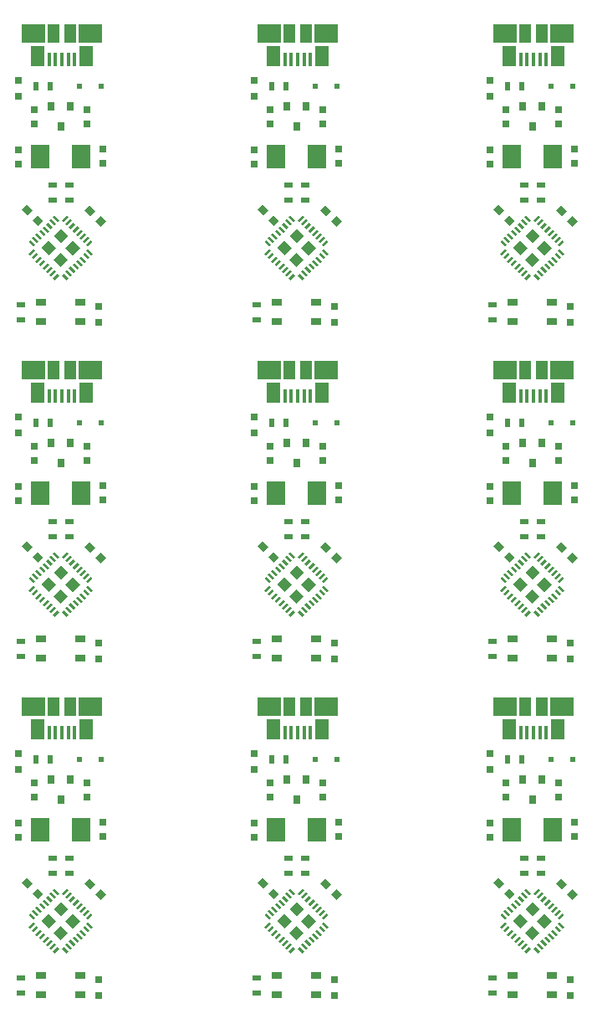
<source format=gtp>
G04 #@! TF.FileFunction,Paste,Top*
%FSLAX46Y46*%
G04 Gerber Fmt 4.6, Leading zero omitted, Abs format (unit mm)*
G04 Created by KiCad (PCBNEW 4.0.5+dfsg1-4) date Mon Jul 16 11:41:52 2018*
%MOMM*%
%LPD*%
G01*
G04 APERTURE LIST*
%ADD10C,0.100000*%
%ADD11R,0.450000X1.380000*%
%ADD12R,1.475000X2.100000*%
%ADD13R,2.375000X1.900000*%
%ADD14R,1.175000X1.900000*%
%ADD15R,0.500000X0.900000*%
%ADD16R,0.800000X0.800000*%
%ADD17R,0.900000X0.500000*%
%ADD18R,1.050000X0.650000*%
%ADD19R,0.750000X0.800000*%
%ADD20R,0.500000X0.500000*%
%ADD21R,0.800000X0.900000*%
%ADD22R,1.900000X2.400000*%
G04 APERTURE END LIST*
D10*
D11*
X168484500Y-55492000D03*
X167834500Y-55492000D03*
X167184500Y-55492000D03*
X166534500Y-55492000D03*
X165884500Y-55492000D03*
D12*
X169647000Y-55132000D03*
X164722000Y-55132000D03*
D13*
X170094500Y-52832000D03*
X164274500Y-52832000D03*
D14*
X168024500Y-52832000D03*
X166344500Y-52832000D03*
D15*
X164540501Y-58166000D03*
X166040501Y-58166000D03*
D16*
X162750499Y-57620000D03*
X162750499Y-59220000D03*
D10*
G36*
X163132662Y-70698992D02*
X163662992Y-70168662D01*
X164228678Y-70734348D01*
X163698348Y-71264678D01*
X163132662Y-70698992D01*
X163132662Y-70698992D01*
G37*
G36*
X164193322Y-71759652D02*
X164723652Y-71229322D01*
X165289338Y-71795008D01*
X164759008Y-72325338D01*
X164193322Y-71759652D01*
X164193322Y-71759652D01*
G37*
D16*
X170878500Y-80480000D03*
X170878500Y-82080000D03*
D10*
G36*
X166278772Y-71433728D02*
X166455549Y-71256951D01*
X166950524Y-71751926D01*
X166773747Y-71928703D01*
X166278772Y-71433728D01*
X166278772Y-71433728D01*
G37*
G36*
X165925218Y-71787281D02*
X166101995Y-71610504D01*
X166596970Y-72105479D01*
X166420193Y-72282256D01*
X165925218Y-71787281D01*
X165925218Y-71787281D01*
G37*
G36*
X165571665Y-72140835D02*
X165748442Y-71964058D01*
X166243417Y-72459033D01*
X166066640Y-72635810D01*
X165571665Y-72140835D01*
X165571665Y-72140835D01*
G37*
G36*
X165218111Y-72494388D02*
X165394888Y-72317611D01*
X165889863Y-72812586D01*
X165713086Y-72989363D01*
X165218111Y-72494388D01*
X165218111Y-72494388D01*
G37*
G36*
X164864558Y-72847941D02*
X165041335Y-72671164D01*
X165536310Y-73166139D01*
X165359533Y-73342916D01*
X164864558Y-72847941D01*
X164864558Y-72847941D01*
G37*
G36*
X164511005Y-73201495D02*
X164687782Y-73024718D01*
X165182757Y-73519693D01*
X165005980Y-73696470D01*
X164511005Y-73201495D01*
X164511005Y-73201495D01*
G37*
G36*
X164157451Y-73555048D02*
X164334228Y-73378271D01*
X164829203Y-73873246D01*
X164652426Y-74050023D01*
X164157451Y-73555048D01*
X164157451Y-73555048D01*
G37*
G36*
X163803898Y-73908602D02*
X163980675Y-73731825D01*
X164475650Y-74226800D01*
X164298873Y-74403577D01*
X163803898Y-73908602D01*
X163803898Y-73908602D01*
G37*
G36*
X163980675Y-75322815D02*
X163803898Y-75146038D01*
X164298873Y-74651063D01*
X164475650Y-74827840D01*
X163980675Y-75322815D01*
X163980675Y-75322815D01*
G37*
G36*
X164334228Y-75676369D02*
X164157451Y-75499592D01*
X164652426Y-75004617D01*
X164829203Y-75181394D01*
X164334228Y-75676369D01*
X164334228Y-75676369D01*
G37*
G36*
X164687782Y-76029922D02*
X164511005Y-75853145D01*
X165005980Y-75358170D01*
X165182757Y-75534947D01*
X164687782Y-76029922D01*
X164687782Y-76029922D01*
G37*
G36*
X165041335Y-76383476D02*
X164864558Y-76206699D01*
X165359533Y-75711724D01*
X165536310Y-75888501D01*
X165041335Y-76383476D01*
X165041335Y-76383476D01*
G37*
G36*
X165394888Y-76737029D02*
X165218111Y-76560252D01*
X165713086Y-76065277D01*
X165889863Y-76242054D01*
X165394888Y-76737029D01*
X165394888Y-76737029D01*
G37*
G36*
X165748442Y-77090582D02*
X165571665Y-76913805D01*
X166066640Y-76418830D01*
X166243417Y-76595607D01*
X165748442Y-77090582D01*
X165748442Y-77090582D01*
G37*
G36*
X166101995Y-77444136D02*
X165925218Y-77267359D01*
X166420193Y-76772384D01*
X166596970Y-76949161D01*
X166101995Y-77444136D01*
X166101995Y-77444136D01*
G37*
G36*
X166455549Y-77797689D02*
X166278772Y-77620912D01*
X166773747Y-77125937D01*
X166950524Y-77302714D01*
X166455549Y-77797689D01*
X166455549Y-77797689D01*
G37*
G36*
X167198010Y-77302714D02*
X167374787Y-77125937D01*
X167869762Y-77620912D01*
X167692985Y-77797689D01*
X167198010Y-77302714D01*
X167198010Y-77302714D01*
G37*
G36*
X167551564Y-76949161D02*
X167728341Y-76772384D01*
X168223316Y-77267359D01*
X168046539Y-77444136D01*
X167551564Y-76949161D01*
X167551564Y-76949161D01*
G37*
G36*
X167905117Y-76595607D02*
X168081894Y-76418830D01*
X168576869Y-76913805D01*
X168400092Y-77090582D01*
X167905117Y-76595607D01*
X167905117Y-76595607D01*
G37*
G36*
X168258671Y-76242054D02*
X168435448Y-76065277D01*
X168930423Y-76560252D01*
X168753646Y-76737029D01*
X168258671Y-76242054D01*
X168258671Y-76242054D01*
G37*
G36*
X168612224Y-75888501D02*
X168789001Y-75711724D01*
X169283976Y-76206699D01*
X169107199Y-76383476D01*
X168612224Y-75888501D01*
X168612224Y-75888501D01*
G37*
G36*
X168965777Y-75534947D02*
X169142554Y-75358170D01*
X169637529Y-75853145D01*
X169460752Y-76029922D01*
X168965777Y-75534947D01*
X168965777Y-75534947D01*
G37*
G36*
X169319331Y-75181394D02*
X169496108Y-75004617D01*
X169991083Y-75499592D01*
X169814306Y-75676369D01*
X169319331Y-75181394D01*
X169319331Y-75181394D01*
G37*
G36*
X169672884Y-74827840D02*
X169849661Y-74651063D01*
X170344636Y-75146038D01*
X170167859Y-75322815D01*
X169672884Y-74827840D01*
X169672884Y-74827840D01*
G37*
G36*
X169849661Y-74403577D02*
X169672884Y-74226800D01*
X170167859Y-73731825D01*
X170344636Y-73908602D01*
X169849661Y-74403577D01*
X169849661Y-74403577D01*
G37*
G36*
X169496108Y-74050023D02*
X169319331Y-73873246D01*
X169814306Y-73378271D01*
X169991083Y-73555048D01*
X169496108Y-74050023D01*
X169496108Y-74050023D01*
G37*
G36*
X169142554Y-73696470D02*
X168965777Y-73519693D01*
X169460752Y-73024718D01*
X169637529Y-73201495D01*
X169142554Y-73696470D01*
X169142554Y-73696470D01*
G37*
G36*
X168789001Y-73342916D02*
X168612224Y-73166139D01*
X169107199Y-72671164D01*
X169283976Y-72847941D01*
X168789001Y-73342916D01*
X168789001Y-73342916D01*
G37*
G36*
X168435448Y-72989363D02*
X168258671Y-72812586D01*
X168753646Y-72317611D01*
X168930423Y-72494388D01*
X168435448Y-72989363D01*
X168435448Y-72989363D01*
G37*
G36*
X168081894Y-72635810D02*
X167905117Y-72459033D01*
X168400092Y-71964058D01*
X168576869Y-72140835D01*
X168081894Y-72635810D01*
X168081894Y-72635810D01*
G37*
G36*
X167728341Y-72282256D02*
X167551564Y-72105479D01*
X168046539Y-71610504D01*
X168223316Y-71787281D01*
X167728341Y-72282256D01*
X167728341Y-72282256D01*
G37*
G36*
X167374787Y-71928703D02*
X167198010Y-71751926D01*
X167692985Y-71256951D01*
X167869762Y-71433728D01*
X167374787Y-71928703D01*
X167374787Y-71928703D01*
G37*
G36*
X166342411Y-75747079D02*
X167074267Y-75015223D01*
X167806123Y-75747079D01*
X167074267Y-76478935D01*
X166342411Y-75747079D01*
X166342411Y-75747079D01*
G37*
G36*
X167562170Y-74527320D02*
X168294026Y-73795464D01*
X169025882Y-74527320D01*
X168294026Y-75259176D01*
X167562170Y-74527320D01*
X167562170Y-74527320D01*
G37*
G36*
X165122652Y-74527320D02*
X165854508Y-73795464D01*
X166586364Y-74527320D01*
X165854508Y-75259176D01*
X165122652Y-74527320D01*
X165122652Y-74527320D01*
G37*
G36*
X166342411Y-73307561D02*
X167074267Y-72575705D01*
X167806123Y-73307561D01*
X167074267Y-74039417D01*
X166342411Y-73307561D01*
X166342411Y-73307561D01*
G37*
D17*
X163004500Y-80288000D03*
X163004500Y-81788000D03*
D18*
X169068500Y-82025999D03*
X165068500Y-82025999D03*
X169068500Y-80025999D03*
X165068500Y-80025999D03*
D10*
G36*
X169482662Y-70762492D02*
X170012992Y-70232162D01*
X170578678Y-70797848D01*
X170048348Y-71328178D01*
X169482662Y-70762492D01*
X169482662Y-70762492D01*
G37*
G36*
X170543322Y-71823152D02*
X171073652Y-71292822D01*
X171639338Y-71858508D01*
X171109008Y-72388838D01*
X170543322Y-71823152D01*
X170543322Y-71823152D01*
G37*
D19*
X162814000Y-66091499D03*
X162814000Y-64591499D03*
D20*
X171132501Y-58166000D03*
X168932501Y-58166000D03*
D21*
X168021000Y-60261500D03*
X166121000Y-60261500D03*
X167071000Y-62261500D03*
D19*
X164401501Y-60527500D03*
X164401501Y-62027500D03*
D22*
X165000500Y-65278000D03*
X169100500Y-65278000D03*
D19*
X169735500Y-62039500D03*
X169735500Y-60539500D03*
X171323000Y-66016000D03*
X171323000Y-64516000D03*
D17*
X166243000Y-69711000D03*
X166243000Y-68211000D03*
X167957500Y-69711000D03*
X167957500Y-68211000D03*
D20*
X147256501Y-58166000D03*
X145056501Y-58166000D03*
D15*
X140664500Y-58166000D03*
X142164500Y-58166000D03*
D11*
X144608500Y-55492000D03*
X143958500Y-55492000D03*
X143308500Y-55492000D03*
X142658500Y-55492000D03*
X142008500Y-55492000D03*
D12*
X145771000Y-55132000D03*
X140846000Y-55132000D03*
D13*
X146218500Y-52832000D03*
X140398500Y-52832000D03*
D14*
X144148500Y-52832000D03*
X142468500Y-52832000D03*
D16*
X138874500Y-57620000D03*
X138874500Y-59220000D03*
D19*
X140525500Y-60527500D03*
X140525500Y-62027500D03*
D22*
X141124500Y-65277999D03*
X145224500Y-65277999D03*
D21*
X144145000Y-60261500D03*
X142245000Y-60261500D03*
X143195000Y-62261500D03*
D19*
X138938001Y-66091500D03*
X138938001Y-64591500D03*
X145859500Y-62039500D03*
X145859500Y-60539500D03*
X147447000Y-66016000D03*
X147447000Y-64516000D03*
D10*
G36*
X115380662Y-70698992D02*
X115910992Y-70168662D01*
X116476678Y-70734348D01*
X115946348Y-71264678D01*
X115380662Y-70698992D01*
X115380662Y-70698992D01*
G37*
G36*
X116441322Y-71759652D02*
X116971652Y-71229322D01*
X117537338Y-71795008D01*
X117007008Y-72325338D01*
X116441322Y-71759652D01*
X116441322Y-71759652D01*
G37*
D18*
X121316499Y-82026000D03*
X117316499Y-82026000D03*
X121316499Y-80026000D03*
X117316499Y-80026000D03*
D16*
X123126500Y-80480000D03*
X123126500Y-82080000D03*
D17*
X115252500Y-80288000D03*
X115252500Y-81788000D03*
D10*
G36*
X121730662Y-70762492D02*
X122260992Y-70232162D01*
X122826678Y-70797848D01*
X122296348Y-71328178D01*
X121730662Y-70762492D01*
X121730662Y-70762492D01*
G37*
G36*
X122791322Y-71823152D02*
X123321652Y-71292822D01*
X123887338Y-71858508D01*
X123357008Y-72388838D01*
X122791322Y-71823152D01*
X122791322Y-71823152D01*
G37*
G36*
X118526772Y-71433728D02*
X118703549Y-71256951D01*
X119198524Y-71751926D01*
X119021747Y-71928703D01*
X118526772Y-71433728D01*
X118526772Y-71433728D01*
G37*
G36*
X118173218Y-71787281D02*
X118349995Y-71610504D01*
X118844970Y-72105479D01*
X118668193Y-72282256D01*
X118173218Y-71787281D01*
X118173218Y-71787281D01*
G37*
G36*
X117819665Y-72140835D02*
X117996442Y-71964058D01*
X118491417Y-72459033D01*
X118314640Y-72635810D01*
X117819665Y-72140835D01*
X117819665Y-72140835D01*
G37*
G36*
X117466111Y-72494388D02*
X117642888Y-72317611D01*
X118137863Y-72812586D01*
X117961086Y-72989363D01*
X117466111Y-72494388D01*
X117466111Y-72494388D01*
G37*
G36*
X117112558Y-72847941D02*
X117289335Y-72671164D01*
X117784310Y-73166139D01*
X117607533Y-73342916D01*
X117112558Y-72847941D01*
X117112558Y-72847941D01*
G37*
G36*
X116759005Y-73201495D02*
X116935782Y-73024718D01*
X117430757Y-73519693D01*
X117253980Y-73696470D01*
X116759005Y-73201495D01*
X116759005Y-73201495D01*
G37*
G36*
X116405451Y-73555048D02*
X116582228Y-73378271D01*
X117077203Y-73873246D01*
X116900426Y-74050023D01*
X116405451Y-73555048D01*
X116405451Y-73555048D01*
G37*
G36*
X116051898Y-73908602D02*
X116228675Y-73731825D01*
X116723650Y-74226800D01*
X116546873Y-74403577D01*
X116051898Y-73908602D01*
X116051898Y-73908602D01*
G37*
G36*
X116228675Y-75322815D02*
X116051898Y-75146038D01*
X116546873Y-74651063D01*
X116723650Y-74827840D01*
X116228675Y-75322815D01*
X116228675Y-75322815D01*
G37*
G36*
X116582228Y-75676369D02*
X116405451Y-75499592D01*
X116900426Y-75004617D01*
X117077203Y-75181394D01*
X116582228Y-75676369D01*
X116582228Y-75676369D01*
G37*
G36*
X116935782Y-76029922D02*
X116759005Y-75853145D01*
X117253980Y-75358170D01*
X117430757Y-75534947D01*
X116935782Y-76029922D01*
X116935782Y-76029922D01*
G37*
G36*
X117289335Y-76383476D02*
X117112558Y-76206699D01*
X117607533Y-75711724D01*
X117784310Y-75888501D01*
X117289335Y-76383476D01*
X117289335Y-76383476D01*
G37*
G36*
X117642888Y-76737029D02*
X117466111Y-76560252D01*
X117961086Y-76065277D01*
X118137863Y-76242054D01*
X117642888Y-76737029D01*
X117642888Y-76737029D01*
G37*
G36*
X117996442Y-77090582D02*
X117819665Y-76913805D01*
X118314640Y-76418830D01*
X118491417Y-76595607D01*
X117996442Y-77090582D01*
X117996442Y-77090582D01*
G37*
G36*
X118349995Y-77444136D02*
X118173218Y-77267359D01*
X118668193Y-76772384D01*
X118844970Y-76949161D01*
X118349995Y-77444136D01*
X118349995Y-77444136D01*
G37*
G36*
X118703549Y-77797689D02*
X118526772Y-77620912D01*
X119021747Y-77125937D01*
X119198524Y-77302714D01*
X118703549Y-77797689D01*
X118703549Y-77797689D01*
G37*
G36*
X119446010Y-77302714D02*
X119622787Y-77125937D01*
X120117762Y-77620912D01*
X119940985Y-77797689D01*
X119446010Y-77302714D01*
X119446010Y-77302714D01*
G37*
G36*
X119799564Y-76949161D02*
X119976341Y-76772384D01*
X120471316Y-77267359D01*
X120294539Y-77444136D01*
X119799564Y-76949161D01*
X119799564Y-76949161D01*
G37*
G36*
X120153117Y-76595607D02*
X120329894Y-76418830D01*
X120824869Y-76913805D01*
X120648092Y-77090582D01*
X120153117Y-76595607D01*
X120153117Y-76595607D01*
G37*
G36*
X120506671Y-76242054D02*
X120683448Y-76065277D01*
X121178423Y-76560252D01*
X121001646Y-76737029D01*
X120506671Y-76242054D01*
X120506671Y-76242054D01*
G37*
G36*
X120860224Y-75888501D02*
X121037001Y-75711724D01*
X121531976Y-76206699D01*
X121355199Y-76383476D01*
X120860224Y-75888501D01*
X120860224Y-75888501D01*
G37*
G36*
X121213777Y-75534947D02*
X121390554Y-75358170D01*
X121885529Y-75853145D01*
X121708752Y-76029922D01*
X121213777Y-75534947D01*
X121213777Y-75534947D01*
G37*
G36*
X121567331Y-75181394D02*
X121744108Y-75004617D01*
X122239083Y-75499592D01*
X122062306Y-75676369D01*
X121567331Y-75181394D01*
X121567331Y-75181394D01*
G37*
G36*
X121920884Y-74827840D02*
X122097661Y-74651063D01*
X122592636Y-75146038D01*
X122415859Y-75322815D01*
X121920884Y-74827840D01*
X121920884Y-74827840D01*
G37*
G36*
X122097661Y-74403577D02*
X121920884Y-74226800D01*
X122415859Y-73731825D01*
X122592636Y-73908602D01*
X122097661Y-74403577D01*
X122097661Y-74403577D01*
G37*
G36*
X121744108Y-74050023D02*
X121567331Y-73873246D01*
X122062306Y-73378271D01*
X122239083Y-73555048D01*
X121744108Y-74050023D01*
X121744108Y-74050023D01*
G37*
G36*
X121390554Y-73696470D02*
X121213777Y-73519693D01*
X121708752Y-73024718D01*
X121885529Y-73201495D01*
X121390554Y-73696470D01*
X121390554Y-73696470D01*
G37*
G36*
X121037001Y-73342916D02*
X120860224Y-73166139D01*
X121355199Y-72671164D01*
X121531976Y-72847941D01*
X121037001Y-73342916D01*
X121037001Y-73342916D01*
G37*
G36*
X120683448Y-72989363D02*
X120506671Y-72812586D01*
X121001646Y-72317611D01*
X121178423Y-72494388D01*
X120683448Y-72989363D01*
X120683448Y-72989363D01*
G37*
G36*
X120329894Y-72635810D02*
X120153117Y-72459033D01*
X120648092Y-71964058D01*
X120824869Y-72140835D01*
X120329894Y-72635810D01*
X120329894Y-72635810D01*
G37*
G36*
X119976341Y-72282256D02*
X119799564Y-72105479D01*
X120294539Y-71610504D01*
X120471316Y-71787281D01*
X119976341Y-72282256D01*
X119976341Y-72282256D01*
G37*
G36*
X119622787Y-71928703D02*
X119446010Y-71751926D01*
X119940985Y-71256951D01*
X120117762Y-71433728D01*
X119622787Y-71928703D01*
X119622787Y-71928703D01*
G37*
G36*
X118590411Y-75747079D02*
X119322267Y-75015223D01*
X120054123Y-75747079D01*
X119322267Y-76478935D01*
X118590411Y-75747079D01*
X118590411Y-75747079D01*
G37*
G36*
X119810170Y-74527320D02*
X120542026Y-73795464D01*
X121273882Y-74527320D01*
X120542026Y-75259176D01*
X119810170Y-74527320D01*
X119810170Y-74527320D01*
G37*
G36*
X117370652Y-74527320D02*
X118102508Y-73795464D01*
X118834364Y-74527320D01*
X118102508Y-75259176D01*
X117370652Y-74527320D01*
X117370652Y-74527320D01*
G37*
G36*
X118590411Y-73307561D02*
X119322267Y-72575705D01*
X120054123Y-73307561D01*
X119322267Y-74039417D01*
X118590411Y-73307561D01*
X118590411Y-73307561D01*
G37*
D19*
X115062000Y-66091499D03*
X115062000Y-64591499D03*
D17*
X118491000Y-69711000D03*
X118491000Y-68211000D03*
X120205500Y-69711000D03*
X120205500Y-68211000D03*
D22*
X117248500Y-65278000D03*
X121348500Y-65278000D03*
D19*
X123571001Y-66016000D03*
X123571001Y-64516000D03*
D20*
X123380502Y-58166000D03*
X121180502Y-58166000D03*
D16*
X114998500Y-57620000D03*
X114998500Y-59220000D03*
D19*
X121983500Y-62039500D03*
X121983500Y-60539500D03*
D15*
X116788501Y-58166000D03*
X118288501Y-58166000D03*
D21*
X120269000Y-60261500D03*
X118369000Y-60261500D03*
X119319000Y-62261500D03*
D19*
X116649501Y-60527500D03*
X116649501Y-62027500D03*
D11*
X120732500Y-55492000D03*
X120082500Y-55492000D03*
X119432500Y-55492000D03*
X118782500Y-55492000D03*
X118132500Y-55492000D03*
D12*
X121895000Y-55132000D03*
X116970000Y-55132000D03*
D13*
X122342500Y-52832000D03*
X116522500Y-52832000D03*
D14*
X120272500Y-52832000D03*
X118592500Y-52832000D03*
D10*
G36*
X139256662Y-70698992D02*
X139786992Y-70168662D01*
X140352678Y-70734348D01*
X139822348Y-71264678D01*
X139256662Y-70698992D01*
X139256662Y-70698992D01*
G37*
G36*
X140317322Y-71759652D02*
X140847652Y-71229322D01*
X141413338Y-71795008D01*
X140883008Y-72325338D01*
X140317322Y-71759652D01*
X140317322Y-71759652D01*
G37*
G36*
X145606661Y-70762492D02*
X146136991Y-70232162D01*
X146702677Y-70797848D01*
X146172347Y-71328178D01*
X145606661Y-70762492D01*
X145606661Y-70762492D01*
G37*
G36*
X146667321Y-71823152D02*
X147197651Y-71292822D01*
X147763337Y-71858508D01*
X147233007Y-72388838D01*
X146667321Y-71823152D01*
X146667321Y-71823152D01*
G37*
D16*
X147002500Y-80480000D03*
X147002500Y-82080000D03*
D17*
X144081499Y-69711000D03*
X144081499Y-68211000D03*
D18*
X145192500Y-82026000D03*
X141192500Y-82026000D03*
X145192500Y-80026000D03*
X141192500Y-80026000D03*
D17*
X139128499Y-80288000D03*
X139128499Y-81788000D03*
X142367000Y-69711000D03*
X142367000Y-68211000D03*
D10*
G36*
X142402772Y-71433728D02*
X142579549Y-71256951D01*
X143074524Y-71751926D01*
X142897747Y-71928703D01*
X142402772Y-71433728D01*
X142402772Y-71433728D01*
G37*
G36*
X142049218Y-71787281D02*
X142225995Y-71610504D01*
X142720970Y-72105479D01*
X142544193Y-72282256D01*
X142049218Y-71787281D01*
X142049218Y-71787281D01*
G37*
G36*
X141695665Y-72140835D02*
X141872442Y-71964058D01*
X142367417Y-72459033D01*
X142190640Y-72635810D01*
X141695665Y-72140835D01*
X141695665Y-72140835D01*
G37*
G36*
X141342111Y-72494388D02*
X141518888Y-72317611D01*
X142013863Y-72812586D01*
X141837086Y-72989363D01*
X141342111Y-72494388D01*
X141342111Y-72494388D01*
G37*
G36*
X140988558Y-72847941D02*
X141165335Y-72671164D01*
X141660310Y-73166139D01*
X141483533Y-73342916D01*
X140988558Y-72847941D01*
X140988558Y-72847941D01*
G37*
G36*
X140635005Y-73201495D02*
X140811782Y-73024718D01*
X141306757Y-73519693D01*
X141129980Y-73696470D01*
X140635005Y-73201495D01*
X140635005Y-73201495D01*
G37*
G36*
X140281451Y-73555048D02*
X140458228Y-73378271D01*
X140953203Y-73873246D01*
X140776426Y-74050023D01*
X140281451Y-73555048D01*
X140281451Y-73555048D01*
G37*
G36*
X139927898Y-73908602D02*
X140104675Y-73731825D01*
X140599650Y-74226800D01*
X140422873Y-74403577D01*
X139927898Y-73908602D01*
X139927898Y-73908602D01*
G37*
G36*
X140104675Y-75322815D02*
X139927898Y-75146038D01*
X140422873Y-74651063D01*
X140599650Y-74827840D01*
X140104675Y-75322815D01*
X140104675Y-75322815D01*
G37*
G36*
X140458228Y-75676369D02*
X140281451Y-75499592D01*
X140776426Y-75004617D01*
X140953203Y-75181394D01*
X140458228Y-75676369D01*
X140458228Y-75676369D01*
G37*
G36*
X140811782Y-76029922D02*
X140635005Y-75853145D01*
X141129980Y-75358170D01*
X141306757Y-75534947D01*
X140811782Y-76029922D01*
X140811782Y-76029922D01*
G37*
G36*
X141165335Y-76383476D02*
X140988558Y-76206699D01*
X141483533Y-75711724D01*
X141660310Y-75888501D01*
X141165335Y-76383476D01*
X141165335Y-76383476D01*
G37*
G36*
X141518888Y-76737029D02*
X141342111Y-76560252D01*
X141837086Y-76065277D01*
X142013863Y-76242054D01*
X141518888Y-76737029D01*
X141518888Y-76737029D01*
G37*
G36*
X141872442Y-77090582D02*
X141695665Y-76913805D01*
X142190640Y-76418830D01*
X142367417Y-76595607D01*
X141872442Y-77090582D01*
X141872442Y-77090582D01*
G37*
G36*
X142225995Y-77444136D02*
X142049218Y-77267359D01*
X142544193Y-76772384D01*
X142720970Y-76949161D01*
X142225995Y-77444136D01*
X142225995Y-77444136D01*
G37*
G36*
X142579549Y-77797689D02*
X142402772Y-77620912D01*
X142897747Y-77125937D01*
X143074524Y-77302714D01*
X142579549Y-77797689D01*
X142579549Y-77797689D01*
G37*
G36*
X143322010Y-77302714D02*
X143498787Y-77125937D01*
X143993762Y-77620912D01*
X143816985Y-77797689D01*
X143322010Y-77302714D01*
X143322010Y-77302714D01*
G37*
G36*
X143675564Y-76949161D02*
X143852341Y-76772384D01*
X144347316Y-77267359D01*
X144170539Y-77444136D01*
X143675564Y-76949161D01*
X143675564Y-76949161D01*
G37*
G36*
X144029117Y-76595607D02*
X144205894Y-76418830D01*
X144700869Y-76913805D01*
X144524092Y-77090582D01*
X144029117Y-76595607D01*
X144029117Y-76595607D01*
G37*
G36*
X144382671Y-76242054D02*
X144559448Y-76065277D01*
X145054423Y-76560252D01*
X144877646Y-76737029D01*
X144382671Y-76242054D01*
X144382671Y-76242054D01*
G37*
G36*
X144736224Y-75888501D02*
X144913001Y-75711724D01*
X145407976Y-76206699D01*
X145231199Y-76383476D01*
X144736224Y-75888501D01*
X144736224Y-75888501D01*
G37*
G36*
X145089777Y-75534947D02*
X145266554Y-75358170D01*
X145761529Y-75853145D01*
X145584752Y-76029922D01*
X145089777Y-75534947D01*
X145089777Y-75534947D01*
G37*
G36*
X145443331Y-75181394D02*
X145620108Y-75004617D01*
X146115083Y-75499592D01*
X145938306Y-75676369D01*
X145443331Y-75181394D01*
X145443331Y-75181394D01*
G37*
G36*
X145796884Y-74827840D02*
X145973661Y-74651063D01*
X146468636Y-75146038D01*
X146291859Y-75322815D01*
X145796884Y-74827840D01*
X145796884Y-74827840D01*
G37*
G36*
X145973661Y-74403577D02*
X145796884Y-74226800D01*
X146291859Y-73731825D01*
X146468636Y-73908602D01*
X145973661Y-74403577D01*
X145973661Y-74403577D01*
G37*
G36*
X145620108Y-74050023D02*
X145443331Y-73873246D01*
X145938306Y-73378271D01*
X146115083Y-73555048D01*
X145620108Y-74050023D01*
X145620108Y-74050023D01*
G37*
G36*
X145266554Y-73696470D02*
X145089777Y-73519693D01*
X145584752Y-73024718D01*
X145761529Y-73201495D01*
X145266554Y-73696470D01*
X145266554Y-73696470D01*
G37*
G36*
X144913001Y-73342916D02*
X144736224Y-73166139D01*
X145231199Y-72671164D01*
X145407976Y-72847941D01*
X144913001Y-73342916D01*
X144913001Y-73342916D01*
G37*
G36*
X144559448Y-72989363D02*
X144382671Y-72812586D01*
X144877646Y-72317611D01*
X145054423Y-72494388D01*
X144559448Y-72989363D01*
X144559448Y-72989363D01*
G37*
G36*
X144205894Y-72635810D02*
X144029117Y-72459033D01*
X144524092Y-71964058D01*
X144700869Y-72140835D01*
X144205894Y-72635810D01*
X144205894Y-72635810D01*
G37*
G36*
X143852341Y-72282256D02*
X143675564Y-72105479D01*
X144170539Y-71610504D01*
X144347316Y-71787281D01*
X143852341Y-72282256D01*
X143852341Y-72282256D01*
G37*
G36*
X143498787Y-71928703D02*
X143322010Y-71751926D01*
X143816985Y-71256951D01*
X143993762Y-71433728D01*
X143498787Y-71928703D01*
X143498787Y-71928703D01*
G37*
G36*
X142466411Y-75747079D02*
X143198267Y-75015223D01*
X143930123Y-75747079D01*
X143198267Y-76478935D01*
X142466411Y-75747079D01*
X142466411Y-75747079D01*
G37*
G36*
X143686170Y-74527320D02*
X144418026Y-73795464D01*
X145149882Y-74527320D01*
X144418026Y-75259176D01*
X143686170Y-74527320D01*
X143686170Y-74527320D01*
G37*
G36*
X141246652Y-74527320D02*
X141978508Y-73795464D01*
X142710364Y-74527320D01*
X141978508Y-75259176D01*
X141246652Y-74527320D01*
X141246652Y-74527320D01*
G37*
G36*
X142466411Y-73307561D02*
X143198267Y-72575705D01*
X143930123Y-73307561D01*
X143198267Y-74039417D01*
X142466411Y-73307561D01*
X142466411Y-73307561D01*
G37*
D17*
X115252500Y-148360000D03*
X115252500Y-149860000D03*
D18*
X121316500Y-150098000D03*
X117316500Y-150098000D03*
X121316500Y-148098000D03*
X117316500Y-148098000D03*
D16*
X114998500Y-125692000D03*
X114998500Y-127292000D03*
D21*
X120269000Y-128333500D03*
X118369000Y-128333500D03*
X119319000Y-130333500D03*
D15*
X116788500Y-126238000D03*
X118288500Y-126238000D03*
D19*
X116649500Y-128599500D03*
X116649500Y-130099500D03*
X123571000Y-134088000D03*
X123571000Y-132588000D03*
X115062000Y-134163500D03*
X115062000Y-132663500D03*
D17*
X118491000Y-137783000D03*
X118491000Y-136283000D03*
D22*
X117248500Y-133350000D03*
X121348500Y-133350000D03*
D17*
X120205500Y-137783000D03*
X120205500Y-136283000D03*
D11*
X120732500Y-123564001D03*
X120082500Y-123564001D03*
X119432500Y-123564001D03*
X118782500Y-123564001D03*
X118132500Y-123564001D03*
D12*
X121895000Y-123204001D03*
X116970000Y-123204001D03*
D13*
X122342500Y-120904001D03*
X116522500Y-120904001D03*
D14*
X120272500Y-120904001D03*
X118592500Y-120904001D03*
D19*
X121983500Y-130111500D03*
X121983500Y-128611500D03*
D20*
X123380501Y-126238000D03*
X121180501Y-126238000D03*
D16*
X123126500Y-148552000D03*
X123126500Y-150152000D03*
D10*
G36*
X115380662Y-138770992D02*
X115910992Y-138240662D01*
X116476678Y-138806348D01*
X115946348Y-139336678D01*
X115380662Y-138770992D01*
X115380662Y-138770992D01*
G37*
G36*
X116441322Y-139831652D02*
X116971652Y-139301322D01*
X117537338Y-139867008D01*
X117007008Y-140397338D01*
X116441322Y-139831652D01*
X116441322Y-139831652D01*
G37*
G36*
X118526772Y-139505728D02*
X118703549Y-139328951D01*
X119198524Y-139823926D01*
X119021747Y-140000703D01*
X118526772Y-139505728D01*
X118526772Y-139505728D01*
G37*
G36*
X118173218Y-139859281D02*
X118349995Y-139682504D01*
X118844970Y-140177479D01*
X118668193Y-140354256D01*
X118173218Y-139859281D01*
X118173218Y-139859281D01*
G37*
G36*
X117819665Y-140212835D02*
X117996442Y-140036058D01*
X118491417Y-140531033D01*
X118314640Y-140707810D01*
X117819665Y-140212835D01*
X117819665Y-140212835D01*
G37*
G36*
X117466111Y-140566388D02*
X117642888Y-140389611D01*
X118137863Y-140884586D01*
X117961086Y-141061363D01*
X117466111Y-140566388D01*
X117466111Y-140566388D01*
G37*
G36*
X117112558Y-140919941D02*
X117289335Y-140743164D01*
X117784310Y-141238139D01*
X117607533Y-141414916D01*
X117112558Y-140919941D01*
X117112558Y-140919941D01*
G37*
G36*
X116759005Y-141273495D02*
X116935782Y-141096718D01*
X117430757Y-141591693D01*
X117253980Y-141768470D01*
X116759005Y-141273495D01*
X116759005Y-141273495D01*
G37*
G36*
X116405451Y-141627048D02*
X116582228Y-141450271D01*
X117077203Y-141945246D01*
X116900426Y-142122023D01*
X116405451Y-141627048D01*
X116405451Y-141627048D01*
G37*
G36*
X116051898Y-141980602D02*
X116228675Y-141803825D01*
X116723650Y-142298800D01*
X116546873Y-142475577D01*
X116051898Y-141980602D01*
X116051898Y-141980602D01*
G37*
G36*
X116228675Y-143394815D02*
X116051898Y-143218038D01*
X116546873Y-142723063D01*
X116723650Y-142899840D01*
X116228675Y-143394815D01*
X116228675Y-143394815D01*
G37*
G36*
X116582228Y-143748369D02*
X116405451Y-143571592D01*
X116900426Y-143076617D01*
X117077203Y-143253394D01*
X116582228Y-143748369D01*
X116582228Y-143748369D01*
G37*
G36*
X116935782Y-144101922D02*
X116759005Y-143925145D01*
X117253980Y-143430170D01*
X117430757Y-143606947D01*
X116935782Y-144101922D01*
X116935782Y-144101922D01*
G37*
G36*
X117289335Y-144455476D02*
X117112558Y-144278699D01*
X117607533Y-143783724D01*
X117784310Y-143960501D01*
X117289335Y-144455476D01*
X117289335Y-144455476D01*
G37*
G36*
X117642888Y-144809029D02*
X117466111Y-144632252D01*
X117961086Y-144137277D01*
X118137863Y-144314054D01*
X117642888Y-144809029D01*
X117642888Y-144809029D01*
G37*
G36*
X117996442Y-145162582D02*
X117819665Y-144985805D01*
X118314640Y-144490830D01*
X118491417Y-144667607D01*
X117996442Y-145162582D01*
X117996442Y-145162582D01*
G37*
G36*
X118349995Y-145516136D02*
X118173218Y-145339359D01*
X118668193Y-144844384D01*
X118844970Y-145021161D01*
X118349995Y-145516136D01*
X118349995Y-145516136D01*
G37*
G36*
X118703549Y-145869689D02*
X118526772Y-145692912D01*
X119021747Y-145197937D01*
X119198524Y-145374714D01*
X118703549Y-145869689D01*
X118703549Y-145869689D01*
G37*
G36*
X119446010Y-145374714D02*
X119622787Y-145197937D01*
X120117762Y-145692912D01*
X119940985Y-145869689D01*
X119446010Y-145374714D01*
X119446010Y-145374714D01*
G37*
G36*
X119799564Y-145021161D02*
X119976341Y-144844384D01*
X120471316Y-145339359D01*
X120294539Y-145516136D01*
X119799564Y-145021161D01*
X119799564Y-145021161D01*
G37*
G36*
X120153117Y-144667607D02*
X120329894Y-144490830D01*
X120824869Y-144985805D01*
X120648092Y-145162582D01*
X120153117Y-144667607D01*
X120153117Y-144667607D01*
G37*
G36*
X120506671Y-144314054D02*
X120683448Y-144137277D01*
X121178423Y-144632252D01*
X121001646Y-144809029D01*
X120506671Y-144314054D01*
X120506671Y-144314054D01*
G37*
G36*
X120860224Y-143960501D02*
X121037001Y-143783724D01*
X121531976Y-144278699D01*
X121355199Y-144455476D01*
X120860224Y-143960501D01*
X120860224Y-143960501D01*
G37*
G36*
X121213777Y-143606947D02*
X121390554Y-143430170D01*
X121885529Y-143925145D01*
X121708752Y-144101922D01*
X121213777Y-143606947D01*
X121213777Y-143606947D01*
G37*
G36*
X121567331Y-143253394D02*
X121744108Y-143076617D01*
X122239083Y-143571592D01*
X122062306Y-143748369D01*
X121567331Y-143253394D01*
X121567331Y-143253394D01*
G37*
G36*
X121920884Y-142899840D02*
X122097661Y-142723063D01*
X122592636Y-143218038D01*
X122415859Y-143394815D01*
X121920884Y-142899840D01*
X121920884Y-142899840D01*
G37*
G36*
X122097661Y-142475577D02*
X121920884Y-142298800D01*
X122415859Y-141803825D01*
X122592636Y-141980602D01*
X122097661Y-142475577D01*
X122097661Y-142475577D01*
G37*
G36*
X121744108Y-142122023D02*
X121567331Y-141945246D01*
X122062306Y-141450271D01*
X122239083Y-141627048D01*
X121744108Y-142122023D01*
X121744108Y-142122023D01*
G37*
G36*
X121390554Y-141768470D02*
X121213777Y-141591693D01*
X121708752Y-141096718D01*
X121885529Y-141273495D01*
X121390554Y-141768470D01*
X121390554Y-141768470D01*
G37*
G36*
X121037001Y-141414916D02*
X120860224Y-141238139D01*
X121355199Y-140743164D01*
X121531976Y-140919941D01*
X121037001Y-141414916D01*
X121037001Y-141414916D01*
G37*
G36*
X120683448Y-141061363D02*
X120506671Y-140884586D01*
X121001646Y-140389611D01*
X121178423Y-140566388D01*
X120683448Y-141061363D01*
X120683448Y-141061363D01*
G37*
G36*
X120329894Y-140707810D02*
X120153117Y-140531033D01*
X120648092Y-140036058D01*
X120824869Y-140212835D01*
X120329894Y-140707810D01*
X120329894Y-140707810D01*
G37*
G36*
X119976341Y-140354256D02*
X119799564Y-140177479D01*
X120294539Y-139682504D01*
X120471316Y-139859281D01*
X119976341Y-140354256D01*
X119976341Y-140354256D01*
G37*
G36*
X119622787Y-140000703D02*
X119446010Y-139823926D01*
X119940985Y-139328951D01*
X120117762Y-139505728D01*
X119622787Y-140000703D01*
X119622787Y-140000703D01*
G37*
G36*
X118590411Y-143819079D02*
X119322267Y-143087223D01*
X120054123Y-143819079D01*
X119322267Y-144550935D01*
X118590411Y-143819079D01*
X118590411Y-143819079D01*
G37*
G36*
X119810170Y-142599320D02*
X120542026Y-141867464D01*
X121273882Y-142599320D01*
X120542026Y-143331176D01*
X119810170Y-142599320D01*
X119810170Y-142599320D01*
G37*
G36*
X117370652Y-142599320D02*
X118102508Y-141867464D01*
X118834364Y-142599320D01*
X118102508Y-143331176D01*
X117370652Y-142599320D01*
X117370652Y-142599320D01*
G37*
G36*
X118590411Y-141379561D02*
X119322267Y-140647705D01*
X120054123Y-141379561D01*
X119322267Y-142111417D01*
X118590411Y-141379561D01*
X118590411Y-141379561D01*
G37*
G36*
X121730662Y-138834492D02*
X122260992Y-138304162D01*
X122826678Y-138869848D01*
X122296348Y-139400178D01*
X121730662Y-138834492D01*
X121730662Y-138834492D01*
G37*
G36*
X122791322Y-139895152D02*
X123321652Y-139364822D01*
X123887338Y-139930508D01*
X123357008Y-140460838D01*
X122791322Y-139895152D01*
X122791322Y-139895152D01*
G37*
D11*
X144608500Y-123564000D03*
X143958500Y-123564000D03*
X143308500Y-123564000D03*
X142658500Y-123564000D03*
X142008500Y-123564000D03*
D12*
X145771000Y-123204000D03*
X140846000Y-123204000D03*
D13*
X146218500Y-120904000D03*
X140398500Y-120904000D03*
D14*
X144148500Y-120904000D03*
X142468500Y-120904000D03*
D15*
X140664500Y-126238000D03*
X142164500Y-126238000D03*
D16*
X138874500Y-125692000D03*
X138874500Y-127292000D03*
D21*
X144145000Y-128333500D03*
X142245000Y-128333500D03*
X143195000Y-130333500D03*
D20*
X147256501Y-126238000D03*
X145056501Y-126238000D03*
D17*
X139128501Y-148360000D03*
X139128501Y-149860000D03*
D10*
G36*
X139256662Y-138770991D02*
X139786992Y-138240661D01*
X140352678Y-138806347D01*
X139822348Y-139336677D01*
X139256662Y-138770991D01*
X139256662Y-138770991D01*
G37*
G36*
X140317322Y-139831651D02*
X140847652Y-139301321D01*
X141413338Y-139867007D01*
X140883008Y-140397337D01*
X140317322Y-139831651D01*
X140317322Y-139831651D01*
G37*
G36*
X142402772Y-139505727D02*
X142579549Y-139328950D01*
X143074524Y-139823925D01*
X142897747Y-140000702D01*
X142402772Y-139505727D01*
X142402772Y-139505727D01*
G37*
G36*
X142049218Y-139859280D02*
X142225995Y-139682503D01*
X142720970Y-140177478D01*
X142544193Y-140354255D01*
X142049218Y-139859280D01*
X142049218Y-139859280D01*
G37*
G36*
X141695665Y-140212834D02*
X141872442Y-140036057D01*
X142367417Y-140531032D01*
X142190640Y-140707809D01*
X141695665Y-140212834D01*
X141695665Y-140212834D01*
G37*
G36*
X141342111Y-140566387D02*
X141518888Y-140389610D01*
X142013863Y-140884585D01*
X141837086Y-141061362D01*
X141342111Y-140566387D01*
X141342111Y-140566387D01*
G37*
G36*
X140988558Y-140919940D02*
X141165335Y-140743163D01*
X141660310Y-141238138D01*
X141483533Y-141414915D01*
X140988558Y-140919940D01*
X140988558Y-140919940D01*
G37*
G36*
X140635005Y-141273494D02*
X140811782Y-141096717D01*
X141306757Y-141591692D01*
X141129980Y-141768469D01*
X140635005Y-141273494D01*
X140635005Y-141273494D01*
G37*
G36*
X140281451Y-141627047D02*
X140458228Y-141450270D01*
X140953203Y-141945245D01*
X140776426Y-142122022D01*
X140281451Y-141627047D01*
X140281451Y-141627047D01*
G37*
G36*
X139927898Y-141980601D02*
X140104675Y-141803824D01*
X140599650Y-142298799D01*
X140422873Y-142475576D01*
X139927898Y-141980601D01*
X139927898Y-141980601D01*
G37*
G36*
X140104675Y-143394814D02*
X139927898Y-143218037D01*
X140422873Y-142723062D01*
X140599650Y-142899839D01*
X140104675Y-143394814D01*
X140104675Y-143394814D01*
G37*
G36*
X140458228Y-143748368D02*
X140281451Y-143571591D01*
X140776426Y-143076616D01*
X140953203Y-143253393D01*
X140458228Y-143748368D01*
X140458228Y-143748368D01*
G37*
G36*
X140811782Y-144101921D02*
X140635005Y-143925144D01*
X141129980Y-143430169D01*
X141306757Y-143606946D01*
X140811782Y-144101921D01*
X140811782Y-144101921D01*
G37*
G36*
X141165335Y-144455475D02*
X140988558Y-144278698D01*
X141483533Y-143783723D01*
X141660310Y-143960500D01*
X141165335Y-144455475D01*
X141165335Y-144455475D01*
G37*
G36*
X141518888Y-144809028D02*
X141342111Y-144632251D01*
X141837086Y-144137276D01*
X142013863Y-144314053D01*
X141518888Y-144809028D01*
X141518888Y-144809028D01*
G37*
G36*
X141872442Y-145162581D02*
X141695665Y-144985804D01*
X142190640Y-144490829D01*
X142367417Y-144667606D01*
X141872442Y-145162581D01*
X141872442Y-145162581D01*
G37*
G36*
X142225995Y-145516135D02*
X142049218Y-145339358D01*
X142544193Y-144844383D01*
X142720970Y-145021160D01*
X142225995Y-145516135D01*
X142225995Y-145516135D01*
G37*
G36*
X142579549Y-145869688D02*
X142402772Y-145692911D01*
X142897747Y-145197936D01*
X143074524Y-145374713D01*
X142579549Y-145869688D01*
X142579549Y-145869688D01*
G37*
G36*
X143322010Y-145374713D02*
X143498787Y-145197936D01*
X143993762Y-145692911D01*
X143816985Y-145869688D01*
X143322010Y-145374713D01*
X143322010Y-145374713D01*
G37*
G36*
X143675564Y-145021160D02*
X143852341Y-144844383D01*
X144347316Y-145339358D01*
X144170539Y-145516135D01*
X143675564Y-145021160D01*
X143675564Y-145021160D01*
G37*
G36*
X144029117Y-144667606D02*
X144205894Y-144490829D01*
X144700869Y-144985804D01*
X144524092Y-145162581D01*
X144029117Y-144667606D01*
X144029117Y-144667606D01*
G37*
G36*
X144382671Y-144314053D02*
X144559448Y-144137276D01*
X145054423Y-144632251D01*
X144877646Y-144809028D01*
X144382671Y-144314053D01*
X144382671Y-144314053D01*
G37*
G36*
X144736224Y-143960500D02*
X144913001Y-143783723D01*
X145407976Y-144278698D01*
X145231199Y-144455475D01*
X144736224Y-143960500D01*
X144736224Y-143960500D01*
G37*
G36*
X145089777Y-143606946D02*
X145266554Y-143430169D01*
X145761529Y-143925144D01*
X145584752Y-144101921D01*
X145089777Y-143606946D01*
X145089777Y-143606946D01*
G37*
G36*
X145443331Y-143253393D02*
X145620108Y-143076616D01*
X146115083Y-143571591D01*
X145938306Y-143748368D01*
X145443331Y-143253393D01*
X145443331Y-143253393D01*
G37*
G36*
X145796884Y-142899839D02*
X145973661Y-142723062D01*
X146468636Y-143218037D01*
X146291859Y-143394814D01*
X145796884Y-142899839D01*
X145796884Y-142899839D01*
G37*
G36*
X145973661Y-142475576D02*
X145796884Y-142298799D01*
X146291859Y-141803824D01*
X146468636Y-141980601D01*
X145973661Y-142475576D01*
X145973661Y-142475576D01*
G37*
G36*
X145620108Y-142122022D02*
X145443331Y-141945245D01*
X145938306Y-141450270D01*
X146115083Y-141627047D01*
X145620108Y-142122022D01*
X145620108Y-142122022D01*
G37*
G36*
X145266554Y-141768469D02*
X145089777Y-141591692D01*
X145584752Y-141096717D01*
X145761529Y-141273494D01*
X145266554Y-141768469D01*
X145266554Y-141768469D01*
G37*
G36*
X144913001Y-141414915D02*
X144736224Y-141238138D01*
X145231199Y-140743163D01*
X145407976Y-140919940D01*
X144913001Y-141414915D01*
X144913001Y-141414915D01*
G37*
G36*
X144559448Y-141061362D02*
X144382671Y-140884585D01*
X144877646Y-140389610D01*
X145054423Y-140566387D01*
X144559448Y-141061362D01*
X144559448Y-141061362D01*
G37*
G36*
X144205894Y-140707809D02*
X144029117Y-140531032D01*
X144524092Y-140036057D01*
X144700869Y-140212834D01*
X144205894Y-140707809D01*
X144205894Y-140707809D01*
G37*
G36*
X143852341Y-140354255D02*
X143675564Y-140177478D01*
X144170539Y-139682503D01*
X144347316Y-139859280D01*
X143852341Y-140354255D01*
X143852341Y-140354255D01*
G37*
G36*
X143498787Y-140000702D02*
X143322010Y-139823925D01*
X143816985Y-139328950D01*
X143993762Y-139505727D01*
X143498787Y-140000702D01*
X143498787Y-140000702D01*
G37*
G36*
X142466411Y-143819078D02*
X143198267Y-143087222D01*
X143930123Y-143819078D01*
X143198267Y-144550934D01*
X142466411Y-143819078D01*
X142466411Y-143819078D01*
G37*
G36*
X143686170Y-142599319D02*
X144418026Y-141867463D01*
X145149882Y-142599319D01*
X144418026Y-143331175D01*
X143686170Y-142599319D01*
X143686170Y-142599319D01*
G37*
G36*
X141246652Y-142599319D02*
X141978508Y-141867463D01*
X142710364Y-142599319D01*
X141978508Y-143331175D01*
X141246652Y-142599319D01*
X141246652Y-142599319D01*
G37*
G36*
X142466411Y-141379560D02*
X143198267Y-140647704D01*
X143930123Y-141379560D01*
X143198267Y-142111416D01*
X142466411Y-141379560D01*
X142466411Y-141379560D01*
G37*
G36*
X145606662Y-138834492D02*
X146136992Y-138304162D01*
X146702678Y-138869848D01*
X146172348Y-139400178D01*
X145606662Y-138834492D01*
X145606662Y-138834492D01*
G37*
G36*
X146667322Y-139895152D02*
X147197652Y-139364822D01*
X147763338Y-139930508D01*
X147233008Y-140460838D01*
X146667322Y-139895152D01*
X146667322Y-139895152D01*
G37*
D16*
X147002500Y-148552000D03*
X147002500Y-150152000D03*
D18*
X145192500Y-150098000D03*
X141192500Y-150098000D03*
X145192500Y-148098000D03*
X141192500Y-148098000D03*
D19*
X147447000Y-134088000D03*
X147447000Y-132588000D03*
D17*
X142367000Y-137783000D03*
X142367000Y-136283000D03*
X144081500Y-137783000D03*
X144081500Y-136283000D03*
D22*
X141124500Y-133350000D03*
X145224500Y-133350000D03*
D19*
X145859500Y-130111500D03*
X145859500Y-128611500D03*
X140525500Y-128599500D03*
X140525500Y-130099500D03*
X138938000Y-134163500D03*
X138938000Y-132663500D03*
D10*
G36*
X163132662Y-138770992D02*
X163662992Y-138240662D01*
X164228678Y-138806348D01*
X163698348Y-139336678D01*
X163132662Y-138770992D01*
X163132662Y-138770992D01*
G37*
G36*
X164193322Y-139831652D02*
X164723652Y-139301322D01*
X165289338Y-139867008D01*
X164759008Y-140397338D01*
X164193322Y-139831652D01*
X164193322Y-139831652D01*
G37*
D18*
X169068500Y-150098000D03*
X165068500Y-150098000D03*
X169068500Y-148098000D03*
X165068500Y-148098000D03*
D16*
X170878500Y-148552000D03*
X170878500Y-150152000D03*
D10*
G36*
X166278772Y-139505728D02*
X166455549Y-139328951D01*
X166950524Y-139823926D01*
X166773747Y-140000703D01*
X166278772Y-139505728D01*
X166278772Y-139505728D01*
G37*
G36*
X165925218Y-139859281D02*
X166101995Y-139682504D01*
X166596970Y-140177479D01*
X166420193Y-140354256D01*
X165925218Y-139859281D01*
X165925218Y-139859281D01*
G37*
G36*
X165571665Y-140212835D02*
X165748442Y-140036058D01*
X166243417Y-140531033D01*
X166066640Y-140707810D01*
X165571665Y-140212835D01*
X165571665Y-140212835D01*
G37*
G36*
X165218111Y-140566388D02*
X165394888Y-140389611D01*
X165889863Y-140884586D01*
X165713086Y-141061363D01*
X165218111Y-140566388D01*
X165218111Y-140566388D01*
G37*
G36*
X164864558Y-140919941D02*
X165041335Y-140743164D01*
X165536310Y-141238139D01*
X165359533Y-141414916D01*
X164864558Y-140919941D01*
X164864558Y-140919941D01*
G37*
G36*
X164511005Y-141273495D02*
X164687782Y-141096718D01*
X165182757Y-141591693D01*
X165005980Y-141768470D01*
X164511005Y-141273495D01*
X164511005Y-141273495D01*
G37*
G36*
X164157451Y-141627048D02*
X164334228Y-141450271D01*
X164829203Y-141945246D01*
X164652426Y-142122023D01*
X164157451Y-141627048D01*
X164157451Y-141627048D01*
G37*
G36*
X163803898Y-141980602D02*
X163980675Y-141803825D01*
X164475650Y-142298800D01*
X164298873Y-142475577D01*
X163803898Y-141980602D01*
X163803898Y-141980602D01*
G37*
G36*
X163980675Y-143394815D02*
X163803898Y-143218038D01*
X164298873Y-142723063D01*
X164475650Y-142899840D01*
X163980675Y-143394815D01*
X163980675Y-143394815D01*
G37*
G36*
X164334228Y-143748369D02*
X164157451Y-143571592D01*
X164652426Y-143076617D01*
X164829203Y-143253394D01*
X164334228Y-143748369D01*
X164334228Y-143748369D01*
G37*
G36*
X164687782Y-144101922D02*
X164511005Y-143925145D01*
X165005980Y-143430170D01*
X165182757Y-143606947D01*
X164687782Y-144101922D01*
X164687782Y-144101922D01*
G37*
G36*
X165041335Y-144455476D02*
X164864558Y-144278699D01*
X165359533Y-143783724D01*
X165536310Y-143960501D01*
X165041335Y-144455476D01*
X165041335Y-144455476D01*
G37*
G36*
X165394888Y-144809029D02*
X165218111Y-144632252D01*
X165713086Y-144137277D01*
X165889863Y-144314054D01*
X165394888Y-144809029D01*
X165394888Y-144809029D01*
G37*
G36*
X165748442Y-145162582D02*
X165571665Y-144985805D01*
X166066640Y-144490830D01*
X166243417Y-144667607D01*
X165748442Y-145162582D01*
X165748442Y-145162582D01*
G37*
G36*
X166101995Y-145516136D02*
X165925218Y-145339359D01*
X166420193Y-144844384D01*
X166596970Y-145021161D01*
X166101995Y-145516136D01*
X166101995Y-145516136D01*
G37*
G36*
X166455549Y-145869689D02*
X166278772Y-145692912D01*
X166773747Y-145197937D01*
X166950524Y-145374714D01*
X166455549Y-145869689D01*
X166455549Y-145869689D01*
G37*
G36*
X167198010Y-145374714D02*
X167374787Y-145197937D01*
X167869762Y-145692912D01*
X167692985Y-145869689D01*
X167198010Y-145374714D01*
X167198010Y-145374714D01*
G37*
G36*
X167551564Y-145021161D02*
X167728341Y-144844384D01*
X168223316Y-145339359D01*
X168046539Y-145516136D01*
X167551564Y-145021161D01*
X167551564Y-145021161D01*
G37*
G36*
X167905117Y-144667607D02*
X168081894Y-144490830D01*
X168576869Y-144985805D01*
X168400092Y-145162582D01*
X167905117Y-144667607D01*
X167905117Y-144667607D01*
G37*
G36*
X168258671Y-144314054D02*
X168435448Y-144137277D01*
X168930423Y-144632252D01*
X168753646Y-144809029D01*
X168258671Y-144314054D01*
X168258671Y-144314054D01*
G37*
G36*
X168612224Y-143960501D02*
X168789001Y-143783724D01*
X169283976Y-144278699D01*
X169107199Y-144455476D01*
X168612224Y-143960501D01*
X168612224Y-143960501D01*
G37*
G36*
X168965777Y-143606947D02*
X169142554Y-143430170D01*
X169637529Y-143925145D01*
X169460752Y-144101922D01*
X168965777Y-143606947D01*
X168965777Y-143606947D01*
G37*
G36*
X169319331Y-143253394D02*
X169496108Y-143076617D01*
X169991083Y-143571592D01*
X169814306Y-143748369D01*
X169319331Y-143253394D01*
X169319331Y-143253394D01*
G37*
G36*
X169672884Y-142899840D02*
X169849661Y-142723063D01*
X170344636Y-143218038D01*
X170167859Y-143394815D01*
X169672884Y-142899840D01*
X169672884Y-142899840D01*
G37*
G36*
X169849661Y-142475577D02*
X169672884Y-142298800D01*
X170167859Y-141803825D01*
X170344636Y-141980602D01*
X169849661Y-142475577D01*
X169849661Y-142475577D01*
G37*
G36*
X169496108Y-142122023D02*
X169319331Y-141945246D01*
X169814306Y-141450271D01*
X169991083Y-141627048D01*
X169496108Y-142122023D01*
X169496108Y-142122023D01*
G37*
G36*
X169142554Y-141768470D02*
X168965777Y-141591693D01*
X169460752Y-141096718D01*
X169637529Y-141273495D01*
X169142554Y-141768470D01*
X169142554Y-141768470D01*
G37*
G36*
X168789001Y-141414916D02*
X168612224Y-141238139D01*
X169107199Y-140743164D01*
X169283976Y-140919941D01*
X168789001Y-141414916D01*
X168789001Y-141414916D01*
G37*
G36*
X168435448Y-141061363D02*
X168258671Y-140884586D01*
X168753646Y-140389611D01*
X168930423Y-140566388D01*
X168435448Y-141061363D01*
X168435448Y-141061363D01*
G37*
G36*
X168081894Y-140707810D02*
X167905117Y-140531033D01*
X168400092Y-140036058D01*
X168576869Y-140212835D01*
X168081894Y-140707810D01*
X168081894Y-140707810D01*
G37*
G36*
X167728341Y-140354256D02*
X167551564Y-140177479D01*
X168046539Y-139682504D01*
X168223316Y-139859281D01*
X167728341Y-140354256D01*
X167728341Y-140354256D01*
G37*
G36*
X167374787Y-140000703D02*
X167198010Y-139823926D01*
X167692985Y-139328951D01*
X167869762Y-139505728D01*
X167374787Y-140000703D01*
X167374787Y-140000703D01*
G37*
G36*
X166342411Y-143819079D02*
X167074267Y-143087223D01*
X167806123Y-143819079D01*
X167074267Y-144550935D01*
X166342411Y-143819079D01*
X166342411Y-143819079D01*
G37*
G36*
X167562170Y-142599320D02*
X168294026Y-141867464D01*
X169025882Y-142599320D01*
X168294026Y-143331176D01*
X167562170Y-142599320D01*
X167562170Y-142599320D01*
G37*
G36*
X165122652Y-142599320D02*
X165854508Y-141867464D01*
X166586364Y-142599320D01*
X165854508Y-143331176D01*
X165122652Y-142599320D01*
X165122652Y-142599320D01*
G37*
G36*
X166342411Y-141379561D02*
X167074267Y-140647705D01*
X167806123Y-141379561D01*
X167074267Y-142111417D01*
X166342411Y-141379561D01*
X166342411Y-141379561D01*
G37*
G36*
X169482662Y-138834492D02*
X170012992Y-138304162D01*
X170578678Y-138869848D01*
X170048348Y-139400178D01*
X169482662Y-138834492D01*
X169482662Y-138834492D01*
G37*
G36*
X170543322Y-139895152D02*
X171073652Y-139364822D01*
X171639338Y-139930508D01*
X171109008Y-140460838D01*
X170543322Y-139895152D01*
X170543322Y-139895152D01*
G37*
D17*
X163004500Y-148360000D03*
X163004500Y-149860000D03*
D20*
X171132501Y-126238000D03*
X168932501Y-126238000D03*
D11*
X168484500Y-123564001D03*
X167834500Y-123564001D03*
X167184500Y-123564001D03*
X166534500Y-123564001D03*
X165884500Y-123564001D03*
D12*
X169647000Y-123204001D03*
X164722000Y-123204001D03*
D13*
X170094500Y-120904001D03*
X164274500Y-120904001D03*
D14*
X168024500Y-120904001D03*
X166344500Y-120904001D03*
D15*
X164540500Y-126238000D03*
X166040500Y-126238000D03*
D16*
X162750500Y-125692000D03*
X162750500Y-127292000D03*
D19*
X164401500Y-128599500D03*
X164401500Y-130099500D03*
D22*
X165000500Y-133350000D03*
X169100500Y-133350000D03*
D19*
X169735500Y-130111500D03*
X169735500Y-128611500D03*
X162814000Y-134163500D03*
X162814000Y-132663500D03*
D17*
X166243000Y-137783000D03*
X166243000Y-136283000D03*
X167957500Y-137783000D03*
X167957500Y-136283000D03*
D21*
X168021000Y-128333500D03*
X166121000Y-128333500D03*
X167071000Y-130333500D03*
D19*
X171323000Y-134088000D03*
X171323000Y-132588000D03*
X138938001Y-100127500D03*
X138938001Y-98627500D03*
D17*
X142367000Y-103747000D03*
X142367000Y-102247000D03*
D22*
X141124500Y-99313999D03*
X145224500Y-99313999D03*
D10*
G36*
X139256662Y-104734992D02*
X139786992Y-104204662D01*
X140352678Y-104770348D01*
X139822348Y-105300678D01*
X139256662Y-104734992D01*
X139256662Y-104734992D01*
G37*
G36*
X140317322Y-105795652D02*
X140847652Y-105265322D01*
X141413338Y-105831008D01*
X140883008Y-106361338D01*
X140317322Y-105795652D01*
X140317322Y-105795652D01*
G37*
D17*
X144081499Y-103747000D03*
X144081499Y-102247000D03*
D10*
G36*
X145606661Y-104798492D02*
X146136991Y-104268162D01*
X146702677Y-104833848D01*
X146172347Y-105364178D01*
X145606661Y-104798492D01*
X145606661Y-104798492D01*
G37*
G36*
X146667321Y-105859152D02*
X147197651Y-105328822D01*
X147763337Y-105894508D01*
X147233007Y-106424838D01*
X146667321Y-105859152D01*
X146667321Y-105859152D01*
G37*
D16*
X147002500Y-114516000D03*
X147002500Y-116116000D03*
D18*
X145192500Y-116062000D03*
X141192500Y-116062000D03*
X145192500Y-114062000D03*
X141192500Y-114062000D03*
D17*
X139128499Y-114324000D03*
X139128499Y-115824000D03*
D10*
G36*
X142402772Y-105469728D02*
X142579549Y-105292951D01*
X143074524Y-105787926D01*
X142897747Y-105964703D01*
X142402772Y-105469728D01*
X142402772Y-105469728D01*
G37*
G36*
X142049218Y-105823281D02*
X142225995Y-105646504D01*
X142720970Y-106141479D01*
X142544193Y-106318256D01*
X142049218Y-105823281D01*
X142049218Y-105823281D01*
G37*
G36*
X141695665Y-106176835D02*
X141872442Y-106000058D01*
X142367417Y-106495033D01*
X142190640Y-106671810D01*
X141695665Y-106176835D01*
X141695665Y-106176835D01*
G37*
G36*
X141342111Y-106530388D02*
X141518888Y-106353611D01*
X142013863Y-106848586D01*
X141837086Y-107025363D01*
X141342111Y-106530388D01*
X141342111Y-106530388D01*
G37*
G36*
X140988558Y-106883941D02*
X141165335Y-106707164D01*
X141660310Y-107202139D01*
X141483533Y-107378916D01*
X140988558Y-106883941D01*
X140988558Y-106883941D01*
G37*
G36*
X140635005Y-107237495D02*
X140811782Y-107060718D01*
X141306757Y-107555693D01*
X141129980Y-107732470D01*
X140635005Y-107237495D01*
X140635005Y-107237495D01*
G37*
G36*
X140281451Y-107591048D02*
X140458228Y-107414271D01*
X140953203Y-107909246D01*
X140776426Y-108086023D01*
X140281451Y-107591048D01*
X140281451Y-107591048D01*
G37*
G36*
X139927898Y-107944602D02*
X140104675Y-107767825D01*
X140599650Y-108262800D01*
X140422873Y-108439577D01*
X139927898Y-107944602D01*
X139927898Y-107944602D01*
G37*
G36*
X140104675Y-109358815D02*
X139927898Y-109182038D01*
X140422873Y-108687063D01*
X140599650Y-108863840D01*
X140104675Y-109358815D01*
X140104675Y-109358815D01*
G37*
G36*
X140458228Y-109712369D02*
X140281451Y-109535592D01*
X140776426Y-109040617D01*
X140953203Y-109217394D01*
X140458228Y-109712369D01*
X140458228Y-109712369D01*
G37*
G36*
X140811782Y-110065922D02*
X140635005Y-109889145D01*
X141129980Y-109394170D01*
X141306757Y-109570947D01*
X140811782Y-110065922D01*
X140811782Y-110065922D01*
G37*
G36*
X141165335Y-110419476D02*
X140988558Y-110242699D01*
X141483533Y-109747724D01*
X141660310Y-109924501D01*
X141165335Y-110419476D01*
X141165335Y-110419476D01*
G37*
G36*
X141518888Y-110773029D02*
X141342111Y-110596252D01*
X141837086Y-110101277D01*
X142013863Y-110278054D01*
X141518888Y-110773029D01*
X141518888Y-110773029D01*
G37*
G36*
X141872442Y-111126582D02*
X141695665Y-110949805D01*
X142190640Y-110454830D01*
X142367417Y-110631607D01*
X141872442Y-111126582D01*
X141872442Y-111126582D01*
G37*
G36*
X142225995Y-111480136D02*
X142049218Y-111303359D01*
X142544193Y-110808384D01*
X142720970Y-110985161D01*
X142225995Y-111480136D01*
X142225995Y-111480136D01*
G37*
G36*
X142579549Y-111833689D02*
X142402772Y-111656912D01*
X142897747Y-111161937D01*
X143074524Y-111338714D01*
X142579549Y-111833689D01*
X142579549Y-111833689D01*
G37*
G36*
X143322010Y-111338714D02*
X143498787Y-111161937D01*
X143993762Y-111656912D01*
X143816985Y-111833689D01*
X143322010Y-111338714D01*
X143322010Y-111338714D01*
G37*
G36*
X143675564Y-110985161D02*
X143852341Y-110808384D01*
X144347316Y-111303359D01*
X144170539Y-111480136D01*
X143675564Y-110985161D01*
X143675564Y-110985161D01*
G37*
G36*
X144029117Y-110631607D02*
X144205894Y-110454830D01*
X144700869Y-110949805D01*
X144524092Y-111126582D01*
X144029117Y-110631607D01*
X144029117Y-110631607D01*
G37*
G36*
X144382671Y-110278054D02*
X144559448Y-110101277D01*
X145054423Y-110596252D01*
X144877646Y-110773029D01*
X144382671Y-110278054D01*
X144382671Y-110278054D01*
G37*
G36*
X144736224Y-109924501D02*
X144913001Y-109747724D01*
X145407976Y-110242699D01*
X145231199Y-110419476D01*
X144736224Y-109924501D01*
X144736224Y-109924501D01*
G37*
G36*
X145089777Y-109570947D02*
X145266554Y-109394170D01*
X145761529Y-109889145D01*
X145584752Y-110065922D01*
X145089777Y-109570947D01*
X145089777Y-109570947D01*
G37*
G36*
X145443331Y-109217394D02*
X145620108Y-109040617D01*
X146115083Y-109535592D01*
X145938306Y-109712369D01*
X145443331Y-109217394D01*
X145443331Y-109217394D01*
G37*
G36*
X145796884Y-108863840D02*
X145973661Y-108687063D01*
X146468636Y-109182038D01*
X146291859Y-109358815D01*
X145796884Y-108863840D01*
X145796884Y-108863840D01*
G37*
G36*
X145973661Y-108439577D02*
X145796884Y-108262800D01*
X146291859Y-107767825D01*
X146468636Y-107944602D01*
X145973661Y-108439577D01*
X145973661Y-108439577D01*
G37*
G36*
X145620108Y-108086023D02*
X145443331Y-107909246D01*
X145938306Y-107414271D01*
X146115083Y-107591048D01*
X145620108Y-108086023D01*
X145620108Y-108086023D01*
G37*
G36*
X145266554Y-107732470D02*
X145089777Y-107555693D01*
X145584752Y-107060718D01*
X145761529Y-107237495D01*
X145266554Y-107732470D01*
X145266554Y-107732470D01*
G37*
G36*
X144913001Y-107378916D02*
X144736224Y-107202139D01*
X145231199Y-106707164D01*
X145407976Y-106883941D01*
X144913001Y-107378916D01*
X144913001Y-107378916D01*
G37*
G36*
X144559448Y-107025363D02*
X144382671Y-106848586D01*
X144877646Y-106353611D01*
X145054423Y-106530388D01*
X144559448Y-107025363D01*
X144559448Y-107025363D01*
G37*
G36*
X144205894Y-106671810D02*
X144029117Y-106495033D01*
X144524092Y-106000058D01*
X144700869Y-106176835D01*
X144205894Y-106671810D01*
X144205894Y-106671810D01*
G37*
G36*
X143852341Y-106318256D02*
X143675564Y-106141479D01*
X144170539Y-105646504D01*
X144347316Y-105823281D01*
X143852341Y-106318256D01*
X143852341Y-106318256D01*
G37*
G36*
X143498787Y-105964703D02*
X143322010Y-105787926D01*
X143816985Y-105292951D01*
X143993762Y-105469728D01*
X143498787Y-105964703D01*
X143498787Y-105964703D01*
G37*
G36*
X142466411Y-109783079D02*
X143198267Y-109051223D01*
X143930123Y-109783079D01*
X143198267Y-110514935D01*
X142466411Y-109783079D01*
X142466411Y-109783079D01*
G37*
G36*
X143686170Y-108563320D02*
X144418026Y-107831464D01*
X145149882Y-108563320D01*
X144418026Y-109295176D01*
X143686170Y-108563320D01*
X143686170Y-108563320D01*
G37*
G36*
X141246652Y-108563320D02*
X141978508Y-107831464D01*
X142710364Y-108563320D01*
X141978508Y-109295176D01*
X141246652Y-108563320D01*
X141246652Y-108563320D01*
G37*
G36*
X142466411Y-107343561D02*
X143198267Y-106611705D01*
X143930123Y-107343561D01*
X143198267Y-108075417D01*
X142466411Y-107343561D01*
X142466411Y-107343561D01*
G37*
D15*
X164540501Y-92202000D03*
X166040501Y-92202000D03*
D16*
X162750499Y-91656000D03*
X162750499Y-93256000D03*
D20*
X171132501Y-92202000D03*
X168932501Y-92202000D03*
D11*
X168484500Y-89528000D03*
X167834500Y-89528000D03*
X167184500Y-89528000D03*
X166534500Y-89528000D03*
X165884500Y-89528000D03*
D12*
X169647000Y-89168000D03*
X164722000Y-89168000D03*
D13*
X170094500Y-86868000D03*
X164274500Y-86868000D03*
D14*
X168024500Y-86868000D03*
X166344500Y-86868000D03*
D10*
G36*
X163132662Y-104734992D02*
X163662992Y-104204662D01*
X164228678Y-104770348D01*
X163698348Y-105300678D01*
X163132662Y-104734992D01*
X163132662Y-104734992D01*
G37*
G36*
X164193322Y-105795652D02*
X164723652Y-105265322D01*
X165289338Y-105831008D01*
X164759008Y-106361338D01*
X164193322Y-105795652D01*
X164193322Y-105795652D01*
G37*
D17*
X163004500Y-114324000D03*
X163004500Y-115824000D03*
D18*
X169068500Y-116061999D03*
X165068500Y-116061999D03*
X169068500Y-114061999D03*
X165068500Y-114061999D03*
D10*
G36*
X169482662Y-104798492D02*
X170012992Y-104268162D01*
X170578678Y-104833848D01*
X170048348Y-105364178D01*
X169482662Y-104798492D01*
X169482662Y-104798492D01*
G37*
G36*
X170543322Y-105859152D02*
X171073652Y-105328822D01*
X171639338Y-105894508D01*
X171109008Y-106424838D01*
X170543322Y-105859152D01*
X170543322Y-105859152D01*
G37*
D16*
X170878500Y-114516000D03*
X170878500Y-116116000D03*
D10*
G36*
X166278772Y-105469728D02*
X166455549Y-105292951D01*
X166950524Y-105787926D01*
X166773747Y-105964703D01*
X166278772Y-105469728D01*
X166278772Y-105469728D01*
G37*
G36*
X165925218Y-105823281D02*
X166101995Y-105646504D01*
X166596970Y-106141479D01*
X166420193Y-106318256D01*
X165925218Y-105823281D01*
X165925218Y-105823281D01*
G37*
G36*
X165571665Y-106176835D02*
X165748442Y-106000058D01*
X166243417Y-106495033D01*
X166066640Y-106671810D01*
X165571665Y-106176835D01*
X165571665Y-106176835D01*
G37*
G36*
X165218111Y-106530388D02*
X165394888Y-106353611D01*
X165889863Y-106848586D01*
X165713086Y-107025363D01*
X165218111Y-106530388D01*
X165218111Y-106530388D01*
G37*
G36*
X164864558Y-106883941D02*
X165041335Y-106707164D01*
X165536310Y-107202139D01*
X165359533Y-107378916D01*
X164864558Y-106883941D01*
X164864558Y-106883941D01*
G37*
G36*
X164511005Y-107237495D02*
X164687782Y-107060718D01*
X165182757Y-107555693D01*
X165005980Y-107732470D01*
X164511005Y-107237495D01*
X164511005Y-107237495D01*
G37*
G36*
X164157451Y-107591048D02*
X164334228Y-107414271D01*
X164829203Y-107909246D01*
X164652426Y-108086023D01*
X164157451Y-107591048D01*
X164157451Y-107591048D01*
G37*
G36*
X163803898Y-107944602D02*
X163980675Y-107767825D01*
X164475650Y-108262800D01*
X164298873Y-108439577D01*
X163803898Y-107944602D01*
X163803898Y-107944602D01*
G37*
G36*
X163980675Y-109358815D02*
X163803898Y-109182038D01*
X164298873Y-108687063D01*
X164475650Y-108863840D01*
X163980675Y-109358815D01*
X163980675Y-109358815D01*
G37*
G36*
X164334228Y-109712369D02*
X164157451Y-109535592D01*
X164652426Y-109040617D01*
X164829203Y-109217394D01*
X164334228Y-109712369D01*
X164334228Y-109712369D01*
G37*
G36*
X164687782Y-110065922D02*
X164511005Y-109889145D01*
X165005980Y-109394170D01*
X165182757Y-109570947D01*
X164687782Y-110065922D01*
X164687782Y-110065922D01*
G37*
G36*
X165041335Y-110419476D02*
X164864558Y-110242699D01*
X165359533Y-109747724D01*
X165536310Y-109924501D01*
X165041335Y-110419476D01*
X165041335Y-110419476D01*
G37*
G36*
X165394888Y-110773029D02*
X165218111Y-110596252D01*
X165713086Y-110101277D01*
X165889863Y-110278054D01*
X165394888Y-110773029D01*
X165394888Y-110773029D01*
G37*
G36*
X165748442Y-111126582D02*
X165571665Y-110949805D01*
X166066640Y-110454830D01*
X166243417Y-110631607D01*
X165748442Y-111126582D01*
X165748442Y-111126582D01*
G37*
G36*
X166101995Y-111480136D02*
X165925218Y-111303359D01*
X166420193Y-110808384D01*
X166596970Y-110985161D01*
X166101995Y-111480136D01*
X166101995Y-111480136D01*
G37*
G36*
X166455549Y-111833689D02*
X166278772Y-111656912D01*
X166773747Y-111161937D01*
X166950524Y-111338714D01*
X166455549Y-111833689D01*
X166455549Y-111833689D01*
G37*
G36*
X167198010Y-111338714D02*
X167374787Y-111161937D01*
X167869762Y-111656912D01*
X167692985Y-111833689D01*
X167198010Y-111338714D01*
X167198010Y-111338714D01*
G37*
G36*
X167551564Y-110985161D02*
X167728341Y-110808384D01*
X168223316Y-111303359D01*
X168046539Y-111480136D01*
X167551564Y-110985161D01*
X167551564Y-110985161D01*
G37*
G36*
X167905117Y-110631607D02*
X168081894Y-110454830D01*
X168576869Y-110949805D01*
X168400092Y-111126582D01*
X167905117Y-110631607D01*
X167905117Y-110631607D01*
G37*
G36*
X168258671Y-110278054D02*
X168435448Y-110101277D01*
X168930423Y-110596252D01*
X168753646Y-110773029D01*
X168258671Y-110278054D01*
X168258671Y-110278054D01*
G37*
G36*
X168612224Y-109924501D02*
X168789001Y-109747724D01*
X169283976Y-110242699D01*
X169107199Y-110419476D01*
X168612224Y-109924501D01*
X168612224Y-109924501D01*
G37*
G36*
X168965777Y-109570947D02*
X169142554Y-109394170D01*
X169637529Y-109889145D01*
X169460752Y-110065922D01*
X168965777Y-109570947D01*
X168965777Y-109570947D01*
G37*
G36*
X169319331Y-109217394D02*
X169496108Y-109040617D01*
X169991083Y-109535592D01*
X169814306Y-109712369D01*
X169319331Y-109217394D01*
X169319331Y-109217394D01*
G37*
G36*
X169672884Y-108863840D02*
X169849661Y-108687063D01*
X170344636Y-109182038D01*
X170167859Y-109358815D01*
X169672884Y-108863840D01*
X169672884Y-108863840D01*
G37*
G36*
X169849661Y-108439577D02*
X169672884Y-108262800D01*
X170167859Y-107767825D01*
X170344636Y-107944602D01*
X169849661Y-108439577D01*
X169849661Y-108439577D01*
G37*
G36*
X169496108Y-108086023D02*
X169319331Y-107909246D01*
X169814306Y-107414271D01*
X169991083Y-107591048D01*
X169496108Y-108086023D01*
X169496108Y-108086023D01*
G37*
G36*
X169142554Y-107732470D02*
X168965777Y-107555693D01*
X169460752Y-107060718D01*
X169637529Y-107237495D01*
X169142554Y-107732470D01*
X169142554Y-107732470D01*
G37*
G36*
X168789001Y-107378916D02*
X168612224Y-107202139D01*
X169107199Y-106707164D01*
X169283976Y-106883941D01*
X168789001Y-107378916D01*
X168789001Y-107378916D01*
G37*
G36*
X168435448Y-107025363D02*
X168258671Y-106848586D01*
X168753646Y-106353611D01*
X168930423Y-106530388D01*
X168435448Y-107025363D01*
X168435448Y-107025363D01*
G37*
G36*
X168081894Y-106671810D02*
X167905117Y-106495033D01*
X168400092Y-106000058D01*
X168576869Y-106176835D01*
X168081894Y-106671810D01*
X168081894Y-106671810D01*
G37*
G36*
X167728341Y-106318256D02*
X167551564Y-106141479D01*
X168046539Y-105646504D01*
X168223316Y-105823281D01*
X167728341Y-106318256D01*
X167728341Y-106318256D01*
G37*
G36*
X167374787Y-105964703D02*
X167198010Y-105787926D01*
X167692985Y-105292951D01*
X167869762Y-105469728D01*
X167374787Y-105964703D01*
X167374787Y-105964703D01*
G37*
G36*
X166342411Y-109783079D02*
X167074267Y-109051223D01*
X167806123Y-109783079D01*
X167074267Y-110514935D01*
X166342411Y-109783079D01*
X166342411Y-109783079D01*
G37*
G36*
X167562170Y-108563320D02*
X168294026Y-107831464D01*
X169025882Y-108563320D01*
X168294026Y-109295176D01*
X167562170Y-108563320D01*
X167562170Y-108563320D01*
G37*
G36*
X165122652Y-108563320D02*
X165854508Y-107831464D01*
X166586364Y-108563320D01*
X165854508Y-109295176D01*
X165122652Y-108563320D01*
X165122652Y-108563320D01*
G37*
G36*
X166342411Y-107343561D02*
X167074267Y-106611705D01*
X167806123Y-107343561D01*
X167074267Y-108075417D01*
X166342411Y-107343561D01*
X166342411Y-107343561D01*
G37*
D19*
X162814000Y-100127499D03*
X162814000Y-98627499D03*
D21*
X168021000Y-94297500D03*
X166121000Y-94297500D03*
X167071000Y-96297500D03*
D17*
X167957500Y-103747000D03*
X167957500Y-102247000D03*
D22*
X165000500Y-99314000D03*
X169100500Y-99314000D03*
D19*
X164401501Y-94563500D03*
X164401501Y-96063500D03*
X169735500Y-96075500D03*
X169735500Y-94575500D03*
X171323000Y-100052000D03*
X171323000Y-98552000D03*
D17*
X166243000Y-103747000D03*
X166243000Y-102247000D03*
D11*
X144608500Y-89528000D03*
X143958500Y-89528000D03*
X143308500Y-89528000D03*
X142658500Y-89528000D03*
X142008500Y-89528000D03*
D12*
X145771000Y-89168000D03*
X140846000Y-89168000D03*
D13*
X146218500Y-86868000D03*
X140398500Y-86868000D03*
D14*
X144148500Y-86868000D03*
X142468500Y-86868000D03*
D15*
X140664500Y-92202000D03*
X142164500Y-92202000D03*
D16*
X138874500Y-91656000D03*
X138874500Y-93256000D03*
D19*
X140525500Y-94563500D03*
X140525500Y-96063500D03*
D21*
X144145000Y-94297500D03*
X142245000Y-94297500D03*
X143195000Y-96297500D03*
D20*
X147256501Y-92202000D03*
X145056501Y-92202000D03*
D19*
X147447000Y-100052000D03*
X147447000Y-98552000D03*
X145859500Y-96075500D03*
X145859500Y-94575500D03*
D15*
X116788501Y-92202000D03*
X118288501Y-92202000D03*
D19*
X116649501Y-94563500D03*
X116649501Y-96063500D03*
X121983500Y-96075500D03*
X121983500Y-94575500D03*
D20*
X123380502Y-92202000D03*
X121180502Y-92202000D03*
D21*
X120269000Y-94297500D03*
X118369000Y-94297500D03*
X119319000Y-96297500D03*
D16*
X114998500Y-91656000D03*
X114998500Y-93256000D03*
D22*
X117248500Y-99314000D03*
X121348500Y-99314000D03*
D19*
X115062000Y-100127499D03*
X115062000Y-98627499D03*
X123571001Y-100052000D03*
X123571001Y-98552000D03*
D11*
X120732500Y-89528000D03*
X120082500Y-89528000D03*
X119432500Y-89528000D03*
X118782500Y-89528000D03*
X118132500Y-89528000D03*
D12*
X121895000Y-89168000D03*
X116970000Y-89168000D03*
D13*
X122342500Y-86868000D03*
X116522500Y-86868000D03*
D14*
X120272500Y-86868000D03*
X118592500Y-86868000D03*
D17*
X120205500Y-103747000D03*
X120205500Y-102247000D03*
D10*
G36*
X115380662Y-104734992D02*
X115910992Y-104204662D01*
X116476678Y-104770348D01*
X115946348Y-105300678D01*
X115380662Y-104734992D01*
X115380662Y-104734992D01*
G37*
G36*
X116441322Y-105795652D02*
X116971652Y-105265322D01*
X117537338Y-105831008D01*
X117007008Y-106361338D01*
X116441322Y-105795652D01*
X116441322Y-105795652D01*
G37*
D17*
X118491000Y-103747000D03*
X118491000Y-102247000D03*
D10*
G36*
X121730662Y-104798492D02*
X122260992Y-104268162D01*
X122826678Y-104833848D01*
X122296348Y-105364178D01*
X121730662Y-104798492D01*
X121730662Y-104798492D01*
G37*
G36*
X122791322Y-105859152D02*
X123321652Y-105328822D01*
X123887338Y-105894508D01*
X123357008Y-106424838D01*
X122791322Y-105859152D01*
X122791322Y-105859152D01*
G37*
D16*
X123126500Y-114516000D03*
X123126500Y-116116000D03*
D17*
X115252500Y-114324000D03*
X115252500Y-115824000D03*
D18*
X121316499Y-116062000D03*
X117316499Y-116062000D03*
X121316499Y-114062000D03*
X117316499Y-114062000D03*
D10*
G36*
X118526772Y-105469728D02*
X118703549Y-105292951D01*
X119198524Y-105787926D01*
X119021747Y-105964703D01*
X118526772Y-105469728D01*
X118526772Y-105469728D01*
G37*
G36*
X118173218Y-105823281D02*
X118349995Y-105646504D01*
X118844970Y-106141479D01*
X118668193Y-106318256D01*
X118173218Y-105823281D01*
X118173218Y-105823281D01*
G37*
G36*
X117819665Y-106176835D02*
X117996442Y-106000058D01*
X118491417Y-106495033D01*
X118314640Y-106671810D01*
X117819665Y-106176835D01*
X117819665Y-106176835D01*
G37*
G36*
X117466111Y-106530388D02*
X117642888Y-106353611D01*
X118137863Y-106848586D01*
X117961086Y-107025363D01*
X117466111Y-106530388D01*
X117466111Y-106530388D01*
G37*
G36*
X117112558Y-106883941D02*
X117289335Y-106707164D01*
X117784310Y-107202139D01*
X117607533Y-107378916D01*
X117112558Y-106883941D01*
X117112558Y-106883941D01*
G37*
G36*
X116759005Y-107237495D02*
X116935782Y-107060718D01*
X117430757Y-107555693D01*
X117253980Y-107732470D01*
X116759005Y-107237495D01*
X116759005Y-107237495D01*
G37*
G36*
X116405451Y-107591048D02*
X116582228Y-107414271D01*
X117077203Y-107909246D01*
X116900426Y-108086023D01*
X116405451Y-107591048D01*
X116405451Y-107591048D01*
G37*
G36*
X116051898Y-107944602D02*
X116228675Y-107767825D01*
X116723650Y-108262800D01*
X116546873Y-108439577D01*
X116051898Y-107944602D01*
X116051898Y-107944602D01*
G37*
G36*
X116228675Y-109358815D02*
X116051898Y-109182038D01*
X116546873Y-108687063D01*
X116723650Y-108863840D01*
X116228675Y-109358815D01*
X116228675Y-109358815D01*
G37*
G36*
X116582228Y-109712369D02*
X116405451Y-109535592D01*
X116900426Y-109040617D01*
X117077203Y-109217394D01*
X116582228Y-109712369D01*
X116582228Y-109712369D01*
G37*
G36*
X116935782Y-110065922D02*
X116759005Y-109889145D01*
X117253980Y-109394170D01*
X117430757Y-109570947D01*
X116935782Y-110065922D01*
X116935782Y-110065922D01*
G37*
G36*
X117289335Y-110419476D02*
X117112558Y-110242699D01*
X117607533Y-109747724D01*
X117784310Y-109924501D01*
X117289335Y-110419476D01*
X117289335Y-110419476D01*
G37*
G36*
X117642888Y-110773029D02*
X117466111Y-110596252D01*
X117961086Y-110101277D01*
X118137863Y-110278054D01*
X117642888Y-110773029D01*
X117642888Y-110773029D01*
G37*
G36*
X117996442Y-111126582D02*
X117819665Y-110949805D01*
X118314640Y-110454830D01*
X118491417Y-110631607D01*
X117996442Y-111126582D01*
X117996442Y-111126582D01*
G37*
G36*
X118349995Y-111480136D02*
X118173218Y-111303359D01*
X118668193Y-110808384D01*
X118844970Y-110985161D01*
X118349995Y-111480136D01*
X118349995Y-111480136D01*
G37*
G36*
X118703549Y-111833689D02*
X118526772Y-111656912D01*
X119021747Y-111161937D01*
X119198524Y-111338714D01*
X118703549Y-111833689D01*
X118703549Y-111833689D01*
G37*
G36*
X119446010Y-111338714D02*
X119622787Y-111161937D01*
X120117762Y-111656912D01*
X119940985Y-111833689D01*
X119446010Y-111338714D01*
X119446010Y-111338714D01*
G37*
G36*
X119799564Y-110985161D02*
X119976341Y-110808384D01*
X120471316Y-111303359D01*
X120294539Y-111480136D01*
X119799564Y-110985161D01*
X119799564Y-110985161D01*
G37*
G36*
X120153117Y-110631607D02*
X120329894Y-110454830D01*
X120824869Y-110949805D01*
X120648092Y-111126582D01*
X120153117Y-110631607D01*
X120153117Y-110631607D01*
G37*
G36*
X120506671Y-110278054D02*
X120683448Y-110101277D01*
X121178423Y-110596252D01*
X121001646Y-110773029D01*
X120506671Y-110278054D01*
X120506671Y-110278054D01*
G37*
G36*
X120860224Y-109924501D02*
X121037001Y-109747724D01*
X121531976Y-110242699D01*
X121355199Y-110419476D01*
X120860224Y-109924501D01*
X120860224Y-109924501D01*
G37*
G36*
X121213777Y-109570947D02*
X121390554Y-109394170D01*
X121885529Y-109889145D01*
X121708752Y-110065922D01*
X121213777Y-109570947D01*
X121213777Y-109570947D01*
G37*
G36*
X121567331Y-109217394D02*
X121744108Y-109040617D01*
X122239083Y-109535592D01*
X122062306Y-109712369D01*
X121567331Y-109217394D01*
X121567331Y-109217394D01*
G37*
G36*
X121920884Y-108863840D02*
X122097661Y-108687063D01*
X122592636Y-109182038D01*
X122415859Y-109358815D01*
X121920884Y-108863840D01*
X121920884Y-108863840D01*
G37*
G36*
X122097661Y-108439577D02*
X121920884Y-108262800D01*
X122415859Y-107767825D01*
X122592636Y-107944602D01*
X122097661Y-108439577D01*
X122097661Y-108439577D01*
G37*
G36*
X121744108Y-108086023D02*
X121567331Y-107909246D01*
X122062306Y-107414271D01*
X122239083Y-107591048D01*
X121744108Y-108086023D01*
X121744108Y-108086023D01*
G37*
G36*
X121390554Y-107732470D02*
X121213777Y-107555693D01*
X121708752Y-107060718D01*
X121885529Y-107237495D01*
X121390554Y-107732470D01*
X121390554Y-107732470D01*
G37*
G36*
X121037001Y-107378916D02*
X120860224Y-107202139D01*
X121355199Y-106707164D01*
X121531976Y-106883941D01*
X121037001Y-107378916D01*
X121037001Y-107378916D01*
G37*
G36*
X120683448Y-107025363D02*
X120506671Y-106848586D01*
X121001646Y-106353611D01*
X121178423Y-106530388D01*
X120683448Y-107025363D01*
X120683448Y-107025363D01*
G37*
G36*
X120329894Y-106671810D02*
X120153117Y-106495033D01*
X120648092Y-106000058D01*
X120824869Y-106176835D01*
X120329894Y-106671810D01*
X120329894Y-106671810D01*
G37*
G36*
X119976341Y-106318256D02*
X119799564Y-106141479D01*
X120294539Y-105646504D01*
X120471316Y-105823281D01*
X119976341Y-106318256D01*
X119976341Y-106318256D01*
G37*
G36*
X119622787Y-105964703D02*
X119446010Y-105787926D01*
X119940985Y-105292951D01*
X120117762Y-105469728D01*
X119622787Y-105964703D01*
X119622787Y-105964703D01*
G37*
G36*
X118590411Y-109783079D02*
X119322267Y-109051223D01*
X120054123Y-109783079D01*
X119322267Y-110514935D01*
X118590411Y-109783079D01*
X118590411Y-109783079D01*
G37*
G36*
X119810170Y-108563320D02*
X120542026Y-107831464D01*
X121273882Y-108563320D01*
X120542026Y-109295176D01*
X119810170Y-108563320D01*
X119810170Y-108563320D01*
G37*
G36*
X117370652Y-108563320D02*
X118102508Y-107831464D01*
X118834364Y-108563320D01*
X118102508Y-109295176D01*
X117370652Y-108563320D01*
X117370652Y-108563320D01*
G37*
G36*
X118590411Y-107343561D02*
X119322267Y-106611705D01*
X120054123Y-107343561D01*
X119322267Y-108075417D01*
X118590411Y-107343561D01*
X118590411Y-107343561D01*
G37*
M02*

</source>
